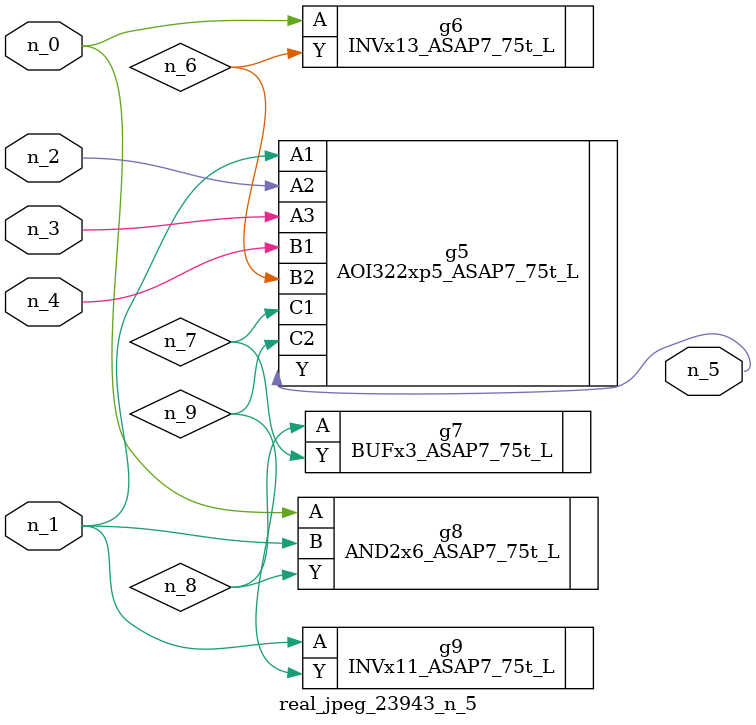
<source format=v>
module real_jpeg_23943_n_5 (n_4, n_0, n_1, n_2, n_3, n_5);

input n_4;
input n_0;
input n_1;
input n_2;
input n_3;

output n_5;

wire n_8;
wire n_6;
wire n_7;
wire n_9;

INVx13_ASAP7_75t_L g6 ( 
.A(n_0),
.Y(n_6)
);

AND2x6_ASAP7_75t_L g8 ( 
.A(n_0),
.B(n_1),
.Y(n_8)
);

AOI322xp5_ASAP7_75t_L g5 ( 
.A1(n_1),
.A2(n_2),
.A3(n_3),
.B1(n_4),
.B2(n_6),
.C1(n_7),
.C2(n_9),
.Y(n_5)
);

INVx11_ASAP7_75t_L g9 ( 
.A(n_1),
.Y(n_9)
);

BUFx3_ASAP7_75t_L g7 ( 
.A(n_8),
.Y(n_7)
);


endmodule
</source>
